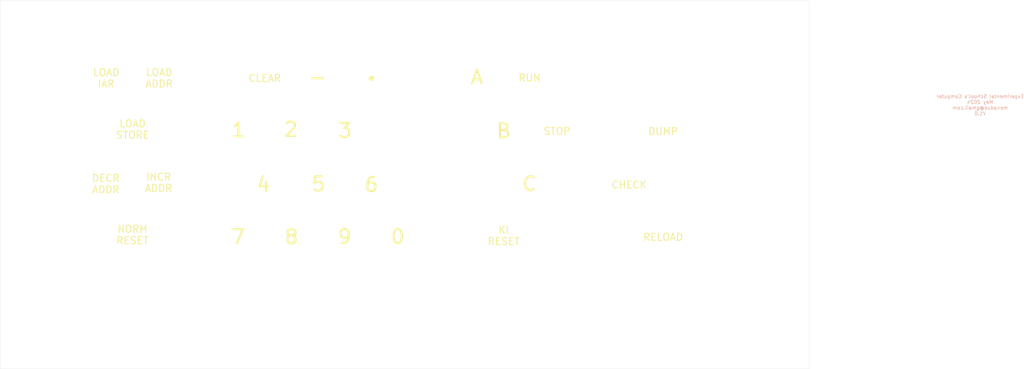
<source format=kicad_pcb>
(kicad_pcb (version 20171130) (host pcbnew 5.1.5+dfsg1-2build2)

  (general
    (thickness 1.6)
    (drawings 34)
    (tracks 0)
    (zones 0)
    (modules 0)
    (nets 1)
  )

  (page A4)
  (layers
    (0 F.Cu signal)
    (31 B.Cu signal)
    (32 B.Adhes user)
    (33 F.Adhes user)
    (34 B.Paste user)
    (35 F.Paste user)
    (36 B.SilkS user)
    (37 F.SilkS user)
    (38 B.Mask user)
    (39 F.Mask user)
    (40 Dwgs.User user)
    (41 Cmts.User user)
    (42 Eco1.User user)
    (43 Eco2.User user)
    (44 Edge.Cuts user)
    (45 Margin user)
    (46 B.CrtYd user)
    (47 F.CrtYd user hide)
    (48 B.Fab user)
    (49 F.Fab user hide)
  )

  (setup
    (last_trace_width 0.25)
    (trace_clearance 0.2)
    (zone_clearance 0.508)
    (zone_45_only no)
    (trace_min 0.2)
    (via_size 0.8)
    (via_drill 0.4)
    (via_min_size 0.4)
    (via_min_drill 0.3)
    (user_via 0.6 0.4)
    (user_via 3.5 3.1)
    (uvia_size 0.3)
    (uvia_drill 0.1)
    (uvias_allowed no)
    (uvia_min_size 0.2)
    (uvia_min_drill 0.1)
    (edge_width 0.05)
    (segment_width 0.2)
    (pcb_text_width 0.3)
    (pcb_text_size 1.5 1.5)
    (mod_edge_width 0.12)
    (mod_text_size 1 1)
    (mod_text_width 0.15)
    (pad_size 1.524 1.524)
    (pad_drill 0.762)
    (pad_to_mask_clearance 0.051)
    (solder_mask_min_width 0.25)
    (aux_axis_origin 0 0)
    (grid_origin 28.9 145.2)
    (visible_elements FFFFFF7F)
    (pcbplotparams
      (layerselection 0x01020_7ffffffe)
      (usegerberextensions false)
      (usegerberattributes false)
      (usegerberadvancedattributes false)
      (creategerberjobfile false)
      (excludeedgelayer true)
      (linewidth 0.100000)
      (plotframeref false)
      (viasonmask false)
      (mode 1)
      (useauxorigin false)
      (hpglpennumber 1)
      (hpglpenspeed 20)
      (hpglpendiameter 15.000000)
      (psnegative false)
      (psa4output false)
      (plotreference true)
      (plotvalue true)
      (plotinvisibletext false)
      (padsonsilk false)
      (subtractmaskfromsilk false)
      (outputformat 3)
      (mirror false)
      (drillshape 0)
      (scaleselection 1)
      (outputdirectory "fab1/"))
  )

  (net 0 "")

  (net_class Default "This is the default net class."
    (clearance 0.2)
    (trace_width 0.25)
    (via_dia 0.8)
    (via_drill 0.4)
    (uvia_dia 0.3)
    (uvia_drill 0.1)
  )

  (gr_text RELOAD (at 216.5 107.875) (layer F.SilkS)
    (effects (font (size 2 2) (thickness 0.3)))
  )
  (gr_text "KI\nRESET" (at 171.394 107.4556) (layer F.SilkS)
    (effects (font (size 2 2) (thickness 0.3)))
  )
  (gr_text C (at 178.7092 92.7744) (layer F.SilkS)
    (effects (font (size 4 4) (thickness 0.6)))
  )
  (gr_text STOP (at 186.4816 77.8392) (layer F.SilkS)
    (effects (font (size 2 2) (thickness 0.3)))
  )
  (gr_text B (at 171.394 77.7884) (layer F.SilkS)
    (effects (font (size 4 4) (thickness 0.6)))
  )
  (gr_text A (at 163.8248 62.4976) (layer F.SilkS)
    (effects (font (size 4 4) (thickness 0.6)))
  )
  (gr_text RUN (at 178.7092 62.7516) (layer F.SilkS)
    (effects (font (size 2 2) (thickness 0.3)))
  )
  (gr_text DUMP (at 216.5044 77.89) (layer F.SilkS)
    (effects (font (size 2 2) (thickness 0.3)))
  )
  (gr_text CHECK (at 206.9 93.05) (layer F.SilkS) (tstamp 664F570F)
    (effects (font (size 2 2) (thickness 0.3)))
  )
  (gr_text 4 (at 103.4236 92.9776) (layer F.SilkS)
    (effects (font (size 4 4) (thickness 0.6)))
  )
  (gr_text 5 (at 118.9684 92.8252) (layer F.SilkS)
    (effects (font (size 4 4) (thickness 0.6)))
  )
  (gr_text 6 (at 133.9544 92.9776) (layer F.SilkS)
    (effects (font (size 4 4) (thickness 0.6)))
  )
  (gr_text 0 (at 141.422 107.7604) (layer F.SilkS)
    (effects (font (size 4 4) (thickness 0.6)))
  )
  (gr_text 9 (at 126.3852 107.7604) (layer F.SilkS)
    (effects (font (size 4 4) (thickness 0.6)))
  )
  (gr_text 8 (at 111.3484 107.8112) (layer F.SilkS)
    (effects (font (size 4 4) (thickness 0.6)))
  )
  (gr_text 7 (at 96.2608 107.8112) (layer F.SilkS)
    (effects (font (size 4 4) (thickness 0.6)))
  )
  (gr_text 1 (at 96.3116 77.4836) (layer F.SilkS)
    (effects (font (size 4 4) (thickness 0.6)))
  )
  (gr_text 2 (at 111.196 77.3312) (layer F.SilkS)
    (effects (font (size 4 4) (thickness 0.6)))
  )
  (gr_text 3 (at 126.5376 77.636) (layer F.SilkS)
    (effects (font (size 4 4) (thickness 0.6)))
  )
  (gr_text "INCR\nADDR" (at 73.7564 92.4188) (layer F.SilkS)
    (effects (font (size 2 2) (thickness 0.3)))
  )
  (gr_text "DECR\nADDR" (at 58.8212 92.7744) (layer F.SilkS)
    (effects (font (size 2 2) (thickness 0.3)))
  )
  (gr_text "LOAD\nSTORE" (at 66.3904 77.3312) (layer F.SilkS)
    (effects (font (size 2 2) (thickness 0.3)))
  )
  (gr_text "NORM\nRESET" (at 66.3396 107.2016) (layer F.SilkS)
    (effects (font (size 2 2) (thickness 0.3)))
  )
  (gr_text "LOAD\nADDR" (at 73.9088 62.8024) (layer F.SilkS)
    (effects (font (size 2 2) (thickness 0.3)))
  )
  (gr_text "LOAD\nIAR" (at 58.9228 62.8024) (layer F.SilkS)
    (effects (font (size 2 2) (thickness 0.3)))
  )
  (gr_text CLEAR (at 103.7792 62.8532) (layer F.SilkS)
    (effects (font (size 2 2) (thickness 0.3)))
  )
  (gr_text - (at 118.7652 62.5484) (layer F.SilkS)
    (effects (font (size 4 4) (thickness 0.6)))
  )
  (gr_text . (at 133.9544 60.364) (layer F.SilkS)
    (effects (font (size 6 6) (thickness 1)))
  )
  (gr_text "Experimental School's Computer\nMay 2024\nmenadue@gmail.com\nV1.0" (at 306.2 70.4) (layer B.SilkS)
    (effects (font (size 1 1) (thickness 0.15)) (justify mirror))
  )
  (gr_line (start 28.9 145.2) (end 29.9 145.2) (layer Edge.Cuts) (width 0.05) (tstamp 66364387))
  (gr_line (start 28.9 40.7) (end 28.9 145.2) (layer Edge.Cuts) (width 0.05))
  (gr_line (start 257.9 40.7) (end 28.9 40.7) (layer Edge.Cuts) (width 0.05))
  (gr_line (start 257.9 145.2) (end 257.9 40.7) (layer Edge.Cuts) (width 0.05))
  (gr_line (start 29.9 145.2) (end 257.9 145.2) (layer Edge.Cuts) (width 0.05))

)

</source>
